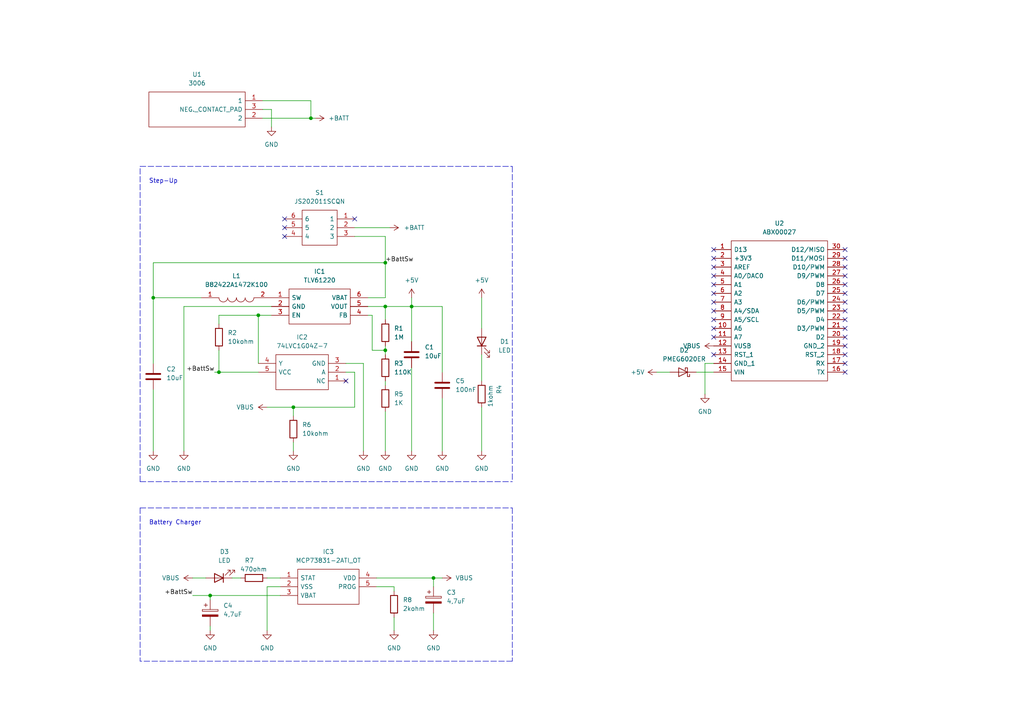
<source format=kicad_sch>
(kicad_sch (version 20211123) (generator eeschema)
  (paper "A4")
  (lib_symbols
    (symbol "3006:3006" (pin_names (offset 0.762))
      (property "Reference" "U" (at 34.29 7.62 0))
      (property "Value" "3006" (at 34.29 5.08 0))
      (symbol "3006_0_0"
        (pin passive line (at 0 0 0) (length 5.08) (name "1") (number "1"))
        (pin passive line (at 0 -5.08 0) (length 5.08) (name "2") (number "2"))
        (pin passive line (at 0 -2.54 0) (length 5.08) (name "NEG._CONTACT_PAD") (number "3"))
      )
      (symbol "3006_0_1"
        (polyline (pts (xy 5.08 2.54) (xy 33.02 2.54) (xy 33.02 -7.62) (xy 5.08 -7.62) (xy 5.08 2.54)) (stroke (width 0.1524)))
      )
    )
    (symbol "74LVC1G04Z-7:74LVC1G04Z-7" (pin_names (offset 0.762))
      (property "Reference" "IC" (at 21.59 7.62 0))
      (property "Value" "74LVC1G04Z-7" (at 21.59 5.08 0))
      (symbol "74LVC1G04Z-7_0_0"
        (pin no_connect line (at 25.4 -5.08 180) (length 5.08) (name "NC") (number "1"))
        (pin passive line (at 25.4 -2.54 180) (length 5.08) (name "A") (number "2"))
        (pin passive line (at 25.4 0 180) (length 5.08) (name "GND") (number "3"))
        (pin passive line (at 0 0 0) (length 5.08) (name "Y") (number "4"))
        (pin passive line (at 0 -2.54 0) (length 5.08) (name "VCC") (number "5"))
      )
      (symbol "74LVC1G04Z-7_0_1"
        (polyline (pts (xy 5.08 2.54) (xy 20.32 2.54) (xy 20.32 -7.62) (xy 5.08 -7.62) (xy 5.08 2.54)) (stroke (width 0.1524)))
      )
    )
    (symbol "ABX00027:ABX00027" (pin_names (offset 0.762))
      (property "Reference" "U" (at 34.29 7.62 0))
      (property "Value" "ABX00027" (at 34.29 5.08 0))
      (symbol "ABX00027_0_0"
        (pin passive line (at 0 0 0) (length 5.08) (name "D13") (number "1"))
        (pin passive line (at 0 -22.86 0) (length 5.08) (name "A6") (number "10"))
        (pin passive line (at 0 -25.4 0) (length 5.08) (name "A7") (number "11"))
        (pin passive line (at 0 -27.94 0) (length 5.08) (name "VUSB") (number "12"))
        (pin passive line (at 0 -30.48 0) (length 5.08) (name "RST_1") (number "13"))
        (pin passive line (at 0 -33.02 0) (length 5.08) (name "GND_1") (number "14"))
        (pin passive line (at 0 -35.56 0) (length 5.08) (name "VIN") (number "15"))
        (pin passive line (at 38.1 -35.56 180) (length 5.08) (name "TX") (number "16"))
        (pin passive line (at 38.1 -33.02 180) (length 5.08) (name "RX") (number "17"))
        (pin passive line (at 38.1 -30.48 180) (length 5.08) (name "RST_2") (number "18"))
        (pin passive line (at 38.1 -27.94 180) (length 5.08) (name "GND_2") (number "19"))
        (pin passive line (at 0 -2.54 0) (length 5.08) (name "+3V3") (number "2"))
        (pin passive line (at 38.1 -25.4 180) (length 5.08) (name "D2") (number "20"))
        (pin passive line (at 38.1 -22.86 180) (length 5.08) (name "D3/PWM") (number "21"))
        (pin passive line (at 38.1 -20.32 180) (length 5.08) (name "D4") (number "22"))
        (pin passive line (at 38.1 -17.78 180) (length 5.08) (name "D5/PWM") (number "23"))
        (pin passive line (at 38.1 -15.24 180) (length 5.08) (name "D6/PWM") (number "24"))
        (pin passive line (at 38.1 -12.7 180) (length 5.08) (name "D7") (number "25"))
        (pin passive line (at 38.1 -10.16 180) (length 5.08) (name "D8") (number "26"))
        (pin passive line (at 38.1 -7.62 180) (length 5.08) (name "D9/PWM") (number "27"))
        (pin passive line (at 38.1 -5.08 180) (length 5.08) (name "D10/PWM") (number "28"))
        (pin passive line (at 38.1 -2.54 180) (length 5.08) (name "D11/MOSI") (number "29"))
        (pin passive line (at 0 -5.08 0) (length 5.08) (name "AREF") (number "3"))
        (pin passive line (at 38.1 0 180) (length 5.08) (name "D12/MISO") (number "30"))
        (pin passive line (at 0 -7.62 0) (length 5.08) (name "A0/DAC0") (number "4"))
        (pin passive line (at 0 -10.16 0) (length 5.08) (name "A1") (number "5"))
        (pin passive line (at 0 -12.7 0) (length 5.08) (name "A2") (number "6"))
        (pin passive line (at 0 -15.24 0) (length 5.08) (name "A3") (number "7"))
        (pin passive line (at 0 -17.78 0) (length 5.08) (name "A4/SDA") (number "8"))
        (pin passive line (at 0 -20.32 0) (length 5.08) (name "A5/SCL") (number "9"))
      )
      (symbol "ABX00027_0_1"
        (polyline (pts (xy 5.08 2.54) (xy 33.02 2.54) (xy 33.02 -38.1) (xy 5.08 -38.1) (xy 5.08 2.54)) (stroke (width 0.1524)))
      )
    )
    (symbol "B82422A1472K100:B82422A1472K100" (pin_names (offset 0.762))
      (property "Reference" "L" (at 16.51 6.35 0))
      (property "Value" "B82422A1472K100" (at 16.51 3.81 0))
      (symbol "B82422A1472K100_0_0"
        (pin passive line (at 0 0 0) (length 5.08) (name "~") (number "1"))
        (pin passive line (at 20.32 0 180) (length 5.08) (name "~") (number "2"))
      )
      (symbol "B82422A1472K100_0_1"
        (arc (start 5.08 0) (mid 6.35 -1.3218) (end 7.62 0) (stroke (width 0.1524)))
        (arc (start 7.62 0) (mid 8.89 -1.3218) (end 10.16 0) (stroke (width 0.1524)))
        (arc (start 10.16 0) (mid 11.43 -1.3218) (end 12.7 0) (stroke (width 0.1524)))
        (arc (start 12.7 0) (mid 13.97 -1.3218) (end 15.24 0) (stroke (width 0.1524)))
      )
    )
    (symbol "Device:C" (pin_numbers hide) (pin_names (offset 0.254))
      (property "Reference" "C" (at 0.635 2.54 0))
      (property "Value" "C" (at 0.635 -2.54 0))
      (symbol "C_0_1"
        (polyline (pts (xy -2.032 -0.762) (xy 2.032 -0.762)) (stroke (width 0.508)))
        (polyline (pts (xy -2.032 0.762) (xy 2.032 0.762)) (stroke (width 0.508)))
      )
      (symbol "C_1_1"
        (pin passive line (at 0 3.81 270) (length 2.794) (name "~") (number "1"))
        (pin passive line (at 0 -3.81 90) (length 2.794) (name "~") (number "2"))
      )
    )
    (symbol "Device:C_Polarized" (pin_numbers hide) (pin_names (offset 0.254))
      (property "Reference" "C" (at 0.635 2.54 0))
      (property "Value" "C_Polarized" (at 0.635 -2.54 0))
      (symbol "C_Polarized_0_1"
        (rectangle (start -2.286 0.508) (end 2.286 1.016))
        (polyline (pts (xy -1.778 2.286) (xy -0.762 2.286)))
        (polyline (pts (xy -1.27 2.794) (xy -1.27 1.778)))
        (rectangle (start 2.286 -0.508) (end -2.286 -1.016) (fill (type outline)))
      )
      (symbol "C_Polarized_1_1"
        (pin passive line (at 0 3.81 270) (length 2.794) (name "~") (number "1"))
        (pin passive line (at 0 -3.81 90) (length 2.794) (name "~") (number "2"))
      )
    )
    (symbol "Device:LED" (pin_numbers hide) (pin_names (offset 1.016) hide)
      (property "Reference" "D" (at 0 2.54 0))
      (property "Value" "LED" (at 0 -2.54 0))
      (symbol "LED_0_1"
        (polyline (pts (xy -1.27 -1.27) (xy -1.27 1.27)) (stroke (width 0.254)))
        (polyline (pts (xy -1.27 0) (xy 1.27 0)))
        (polyline (pts (xy 1.27 -1.27) (xy 1.27 1.27) (xy -1.27 0) (xy 1.27 -1.27)) (stroke (width 0.254)))
        (polyline (pts (xy -3.048 -0.762) (xy -4.572 -2.286) (xy -3.81 -2.286) (xy -4.572 -2.286) (xy -4.572 -1.524)))
        (polyline (pts (xy -1.778 -0.762) (xy -3.302 -2.286) (xy -2.54 -2.286) (xy -3.302 -2.286) (xy -3.302 -1.524)))
      )
      (symbol "LED_1_1"
        (pin passive line (at -3.81 0 0) (length 2.54) (name "K") (number "1"))
        (pin passive line (at 3.81 0 180) (length 2.54) (name "A") (number "2"))
      )
    )
    (symbol "Device:R" (pin_numbers hide) (pin_names (offset 0))
      (property "Reference" "R" (at 2.032 0 90))
      (property "Value" "R" (at 0 0 90))
      (symbol "R_0_1"
        (rectangle (start -1.016 -2.54) (end 1.016 2.54) (stroke (width 0.254)))
      )
      (symbol "R_1_1"
        (pin passive line (at 0 3.81 270) (length 1.27) (name "~") (number "1"))
        (pin passive line (at 0 -3.81 90) (length 1.27) (name "~") (number "2"))
      )
    )
    (symbol "Diode:PMEG6020ER" (pin_numbers hide) (pin_names hide)
      (property "Reference" "D" (at 0 2.54 0))
      (property "Value" "PMEG6020ER" (at 0 -2.54 0))
      (symbol "PMEG6020ER_0_1"
        (polyline (pts (xy 1.27 0) (xy -1.27 0)))
        (polyline (pts (xy 1.27 1.27) (xy 1.27 -1.27) (xy -1.27 0) (xy 1.27 1.27)) (stroke (width 0.2032)))
        (polyline (pts (xy -1.905 0.635) (xy -1.905 1.27) (xy -1.27 1.27) (xy -1.27 -1.27) (xy -0.635 -1.27) (xy -0.635 -0.635)) (stroke (width 0.2032)))
      )
      (symbol "PMEG6020ER_1_1"
        (pin passive line (at -3.81 0 0) (length 2.54) (name "K") (number "1"))
        (pin passive line (at 3.81 0 180) (length 2.54) (name "A") (number "2"))
      )
    )
    (symbol "JS202011SCQN:JS202011SCQN" (pin_names (offset 0.762))
      (property "Reference" "S" (at 16.51 7.62 0))
      (property "Value" "JS202011SCQN" (at 16.51 5.08 0))
      (symbol "JS202011SCQN_0_0"
        (pin passive line (at 0 0 0) (length 5.08) (name "1") (number "1"))
        (pin passive line (at 0 -2.54 0) (length 5.08) (name "2") (number "2"))
        (pin passive line (at 0 -5.08 0) (length 5.08) (name "3") (number "3"))
        (pin passive line (at 20.32 -5.08 180) (length 5.08) (name "4") (number "4"))
        (pin passive line (at 20.32 -2.54 180) (length 5.08) (name "5") (number "5"))
        (pin passive line (at 20.32 0 180) (length 5.08) (name "6") (number "6"))
      )
      (symbol "JS202011SCQN_0_1"
        (polyline (pts (xy 5.08 2.54) (xy 15.24 2.54) (xy 15.24 -7.62) (xy 5.08 -7.62) (xy 5.08 2.54)) (stroke (width 0.1524)))
      )
    )
    (symbol "MCP73831-2ATI_OT:MCP73831-2ATI_OT" (pin_names (offset 0.762))
      (property "Reference" "IC" (at 24.13 7.62 0))
      (property "Value" "MCP73831-2ATI_OT" (at 24.13 5.08 0))
      (symbol "MCP73831-2ATI_OT_0_0"
        (pin passive line (at 0 0 0) (length 5.08) (name "STAT") (number "1"))
        (pin passive line (at 0 -2.54 0) (length 5.08) (name "VSS") (number "2"))
        (pin passive line (at 0 -5.08 0) (length 5.08) (name "VBAT") (number "3"))
        (pin passive line (at 27.94 0 180) (length 5.08) (name "VDD") (number "4"))
        (pin passive line (at 27.94 -2.54 180) (length 5.08) (name "PROG") (number "5"))
      )
      (symbol "MCP73831-2ATI_OT_0_1"
        (polyline (pts (xy 5.08 2.54) (xy 22.86 2.54) (xy 22.86 -7.62) (xy 5.08 -7.62) (xy 5.08 2.54)) (stroke (width 0.1524)))
      )
    )
    (symbol "TLV61220:TLV61220" (pin_names (offset 0.762))
      (property "Reference" "IC" (at 24.13 7.62 0))
      (property "Value" "TLV61220" (at 24.13 5.08 0))
      (symbol "TLV61220_0_0"
        (pin passive line (at 0 0 0) (length 5.08) (name "SW") (number "1"))
        (pin power_in line (at 0 -2.54 0) (length 5.08) (name "GND") (number "2"))
        (pin passive line (at 0 -5.08 0) (length 5.08) (name "EN") (number "3"))
        (pin passive line (at 27.94 -5.08 180) (length 5.08) (name "FB") (number "4"))
        (pin output line (at 27.94 -2.54 180) (length 5.08) (name "VOUT") (number "5"))
        (pin passive line (at 27.94 0 180) (length 5.08) (name "VBAT") (number "6"))
      )
      (symbol "TLV61220_0_1"
        (polyline (pts (xy 5.08 2.54) (xy 22.86 2.54) (xy 22.86 -7.62) (xy 5.08 -7.62) (xy 5.08 2.54)) (stroke (width 0.1524)))
      )
    )
    (symbol "power:+5V" (power) (pin_names (offset 0))
      (property "Value" "+5V" (at 0 3.556 0))
      (symbol "+5V_0_1"
        (polyline (pts (xy -0.762 1.27) (xy 0 2.54)))
        (polyline (pts (xy 0 0) (xy 0 2.54)))
        (polyline (pts (xy 0 2.54) (xy 0.762 1.27)))
      )
      (symbol "+5V_1_1"
        (pin power_in line (at 0 0 90) (length 0) hide (name "+5V") (number "1"))
      )
    )
    (symbol "power:+BATT" (power) (pin_names (offset 0))
      (property "Value" "+BATT" (at 0 3.556 0))
      (symbol "+BATT_0_1"
        (polyline (pts (xy -0.762 1.27) (xy 0 2.54)))
        (polyline (pts (xy 0 0) (xy 0 2.54)))
        (polyline (pts (xy 0 2.54) (xy 0.762 1.27)))
      )
      (symbol "+BATT_1_1"
        (pin power_in line (at 0 0 90) (length 0) hide (name "+BATT") (number "1"))
      )
    )
    (symbol "power:GND" (power) (pin_names (offset 0))
      (property "Value" "GND" (at 0 -3.81 0))
      (symbol "GND_0_1"
        (polyline (pts (xy 0 0) (xy 0 -1.27) (xy 1.27 -1.27) (xy 0 -2.54) (xy -1.27 -1.27) (xy 0 -1.27)))
      )
      (symbol "GND_1_1"
        (pin power_in line (at 0 0 270) (length 0) hide (name "GND") (number "1"))
      )
    )
    (symbol "power:VBUS" (power) (pin_names (offset 0))
      (property "Value" "VBUS" (at 0 3.81 0))
      (symbol "VBUS_0_1"
        (polyline (pts (xy -0.762 1.27) (xy 0 2.54)))
        (polyline (pts (xy 0 0) (xy 0 2.54)))
        (polyline (pts (xy 0 2.54) (xy 0.762 1.27)))
      )
      (symbol "VBUS_1_1"
        (pin power_in line (at 0 0 90) (length 0) hide (name "VBUS") (number "1"))
      )
    )
  )
  (junction (at 111.76 101.6))
  (junction (at 44.45 86.36))
  (junction (at 90.17 34.29))
  (junction (at 111.76 88.9))
  (junction (at 111.76 76.2))
  (junction (at 74.93 91.44))
  (junction (at 125.73 167.64))
  (junction (at 63.5 107.95))
  (junction (at 60.96 172.72))
  (junction (at 119.38 88.9))
  (junction (at 85.09 118.11))
  (no_connect (at 102.87 63.5))
  (no_connect (at 207.01 72.39))
  (no_connect (at 207.01 74.93))
  (no_connect (at 245.11 72.39))
  (no_connect (at 245.11 74.93))
  (no_connect (at 245.11 95.25))
  (no_connect (at 245.11 90.17))
  (no_connect (at 245.11 102.87))
  (no_connect (at 245.11 92.71))
  (no_connect (at 245.11 107.95))
  (no_connect (at 245.11 97.79))
  (no_connect (at 245.11 105.41))
  (no_connect (at 245.11 100.33))
  (no_connect (at 207.01 102.87))
  (no_connect (at 207.01 90.17))
  (no_connect (at 207.01 97.79))
  (no_connect (at 207.01 95.25))
  (no_connect (at 207.01 92.71))
  (no_connect (at 207.01 77.47))
  (no_connect (at 207.01 87.63))
  (no_connect (at 207.01 82.55))
  (no_connect (at 207.01 80.01))
  (no_connect (at 207.01 85.09))
  (no_connect (at 245.11 77.47))
  (no_connect (at 245.11 82.55))
  (no_connect (at 245.11 87.63))
  (no_connect (at 245.11 85.09))
  (no_connect (at 245.11 80.01))
  (no_connect (at 82.55 68.58))
  (no_connect (at 100.33 110.49))
  (no_connect (at 82.55 66.04))
  (no_connect (at 82.55 63.5))
  (wire (pts (xy 111.76 119.38) (xy 111.76 130.81)))
  (wire (pts (xy 44.45 130.81) (xy 44.45 113.03)))
  (wire (pts (xy 111.76 101.6) (xy 111.76 102.87)))
  (wire (pts (xy 113.03 66.04) (xy 102.87 66.04)))
  (wire (pts (xy 114.3 179.07) (xy 114.3 182.88)))
  (wire (pts (xy 111.76 101.6) (xy 111.76 100.33)))
  (wire (pts (xy 128.27 115.57) (xy 128.27 130.81)))
  (wire (pts (xy 106.68 88.9) (xy 111.76 88.9)))
  (wire (pts (xy 55.88 167.64) (xy 59.69 167.64)))
  (wire (pts (xy 139.7 86.36) (xy 139.7 95.25)))
  (wire (pts (xy 204.47 105.41) (xy 204.47 114.3)))
  (wire (pts (xy 60.96 173.99) (xy 60.96 172.72)))
  (wire (pts (xy 125.73 167.64) (xy 125.73 170.18)))
  (wire (pts (xy 63.5 101.6) (xy 63.5 107.95)))
  (wire (pts (xy 119.38 106.68) (xy 119.38 130.81)))
  (wire (pts (xy 63.5 107.95) (xy 74.93 107.95)))
  (wire (pts (xy 100.33 107.95) (xy 102.87 107.95)))
  (wire (pts (xy 107.95 91.44) (xy 107.95 101.6)))
  (wire (pts (xy 111.76 76.2) (xy 111.76 86.36)))
  (wire (pts (xy 106.68 91.44) (xy 107.95 91.44)))
  (wire (pts (xy 77.47 170.18) (xy 77.47 182.88)))
  (wire (pts (xy 107.95 101.6) (xy 111.76 101.6)))
  (wire (pts (xy 60.96 172.72) (xy 81.28 172.72)))
  (wire (pts (xy 125.73 167.64) (xy 128.27 167.64)))
  (wire (pts (xy 44.45 76.2) (xy 111.76 76.2)))
  (wire (pts (xy 119.38 86.36) (xy 119.38 88.9)))
  (polyline (pts (xy 40.64 147.32) (xy 40.64 191.77)))
  (polyline (pts (xy 40.64 139.7) (xy 148.59 139.7)))
  (wire (pts (xy 78.74 31.75) (xy 78.74 36.83)))
  (wire (pts (xy 55.88 172.72) (xy 60.96 172.72)))
  (wire (pts (xy 53.34 130.81) (xy 53.34 88.9)))
  (wire (pts (xy 102.87 107.95) (xy 102.87 118.11)))
  (wire (pts (xy 67.31 167.64) (xy 69.85 167.64)))
  (wire (pts (xy 77.47 167.64) (xy 81.28 167.64)))
  (wire (pts (xy 90.17 34.29) (xy 91.44 34.29)))
  (wire (pts (xy 139.7 102.87) (xy 139.7 110.49)))
  (polyline (pts (xy 148.59 191.77) (xy 40.64 191.77)))
  (polyline (pts (xy 40.64 147.32) (xy 148.59 147.32)))
  (wire (pts (xy 207.01 105.41) (xy 204.47 105.41)))
  (wire (pts (xy 62.23 107.95) (xy 63.5 107.95)))
  (polyline (pts (xy 40.64 48.26) (xy 148.59 48.26)))
  (wire (pts (xy 125.73 177.8) (xy 125.73 182.88)))
  (wire (pts (xy 44.45 86.36) (xy 44.45 76.2)))
  (wire (pts (xy 111.76 88.9) (xy 119.38 88.9)))
  (polyline (pts (xy 148.59 48.26) (xy 148.59 139.7)))
  (wire (pts (xy 111.76 86.36) (xy 106.68 86.36)))
  (wire (pts (xy 77.47 118.11) (xy 85.09 118.11)))
  (wire (pts (xy 85.09 118.11) (xy 85.09 120.65)))
  (wire (pts (xy 109.22 170.18) (xy 114.3 170.18)))
  (wire (pts (xy 76.2 31.75) (xy 78.74 31.75)))
  (wire (pts (xy 105.41 130.81) (xy 105.41 105.41)))
  (wire (pts (xy 63.5 91.44) (xy 74.93 91.44)))
  (wire (pts (xy 128.27 107.95) (xy 128.27 88.9)))
  (wire (pts (xy 63.5 93.98) (xy 63.5 91.44)))
  (polyline (pts (xy 148.59 147.32) (xy 148.59 191.77)))
  (wire (pts (xy 85.09 118.11) (xy 102.87 118.11)))
  (wire (pts (xy 90.17 29.21) (xy 90.17 34.29)))
  (wire (pts (xy 85.09 130.81) (xy 85.09 128.27)))
  (polyline (pts (xy 40.64 139.7) (xy 40.64 48.26)))
  (wire (pts (xy 81.28 170.18) (xy 77.47 170.18)))
  (wire (pts (xy 74.93 105.41) (xy 74.93 91.44)))
  (wire (pts (xy 76.2 29.21) (xy 90.17 29.21)))
  (wire (pts (xy 90.17 34.29) (xy 76.2 34.29)))
  (wire (pts (xy 139.7 118.11) (xy 139.7 130.81)))
  (wire (pts (xy 44.45 86.36) (xy 58.42 86.36)))
  (wire (pts (xy 201.93 107.95) (xy 207.01 107.95)))
  (wire (pts (xy 128.27 88.9) (xy 119.38 88.9)))
  (wire (pts (xy 119.38 88.9) (xy 119.38 99.06)))
  (wire (pts (xy 105.41 105.41) (xy 100.33 105.41)))
  (wire (pts (xy 111.76 110.49) (xy 111.76 111.76)))
  (wire (pts (xy 111.76 88.9) (xy 111.76 92.71)))
  (wire (pts (xy 190.5 107.95) (xy 194.31 107.95)))
  (wire (pts (xy 60.96 181.61) (xy 60.96 182.88)))
  (wire (pts (xy 53.34 88.9) (xy 78.74 88.9)))
  (wire (pts (xy 111.76 68.58) (xy 111.76 76.2)))
  (wire (pts (xy 109.22 167.64) (xy 125.73 167.64)))
  (wire (pts (xy 114.3 170.18) (xy 114.3 171.45)))
  (wire (pts (xy 102.87 68.58) (xy 111.76 68.58)))
  (wire (pts (xy 74.93 91.44) (xy 78.74 91.44)))
  (wire (pts (xy 44.45 86.36) (xy 44.45 105.41)))
  (text "Battery Charger" (at 43.18 152.4 0) (effects (font (size 1.27 1.27)) (justify left bottom)))
  (text "Step-Up" (at 43.18 53.34 0) (effects (font (size 1.27 1.27)) (justify left bottom)))
  (label "+BattSw" (at 62.23 107.95 180))
  (label "+BattSw" (at 55.88 172.72 180))
  (label "+BattSw" (at 111.76 76.2 0))
  (symbol (lib_id "power:GND") (at 139.7 130.81 0) (unit 1)
    (property "Reference" "#PWR017" (effects hide))
    (property "Value" "GND" (at 139.7 135.89 0))
  )
  (symbol (lib_id "Device:C") (at 128.27 111.76 0) (unit 1)
    (property "Reference" "C5" (at 132.08 110.4899 0) (effects (justify left)))
    (property "Value" "100nF" (at 132.08 113.0299 0) (effects (justify left)))
    (property "Footprint" "Capacitor_SMD:C_0805_2012Metric_Pad1.18x1.45mm_HandSolder" (effects hide))
  )
  (symbol (lib_id "3006:3006") (at 76.2 29.21 0) (mirror y) (unit 1)
    (property "Reference" "U1" (at 57.15 21.59 0))
    (property "Value" "3006" (at 57.15 24.13 0))
    (property "Footprint" "lib:3006" (effects hide))
    (property "Datasheet" "https://www.keyelco.com/product-pdf.cfm?p=783" (effects hide))
    (property "Description" "Keystone CR2430 Battery Contact, Top Spring Arm Contact" (effects hide))
    (property "Height" "3.96" (effects hide))
    (property "Manufacturer_Name" "Keystone Electronics" (effects hide))
    (property "Manufacturer_Part_Number" "3006" (effects hide))
    (property "Mouser Part Number" "534-3006" (effects hide))
    (property "Mouser Price/Stock" "https://www.mouser.co.uk/ProductDetail/Keystone-Electronics/3006?qs=Mn60vILZNNYCLU4vsSbc9w%3D%3D" (effects hide))
  )
  (symbol (lib_id "power:+5V") (at 190.5 107.95 90) (unit 1)
    (property "Reference" "#PWR08" (effects hide))
    (property "Value" "+5V" (at 182.88 107.95 90) (effects (justify right)))
  )
  (symbol (lib_id "Device:R") (at 111.76 115.57 0) (unit 1)
    (property "Reference" "R5" (at 114.3 114.2999 0) (effects (justify left)))
    (property "Value" "1K" (at 114.3 116.8399 0) (effects (justify left)))
    (property "Footprint" "Resistor_SMD:R_0805_2012Metric_Pad1.20x1.40mm_HandSolder" (effects hide))
  )
  (symbol (lib_id "power:GND") (at 60.96 182.88 0) (unit 1)
    (property "Reference" "#PWR021" (effects hide))
    (property "Value" "GND" (at 60.96 187.96 0))
  )
  (symbol (lib_id "Device:C_Polarized") (at 60.96 177.8 0) (unit 1)
    (property "Reference" "C4" (at 64.77 175.6409 0) (effects (justify left)))
    (property "Value" "4,7uF" (at 64.77 178.1809 0) (effects (justify left)))
    (property "Footprint" "Capacitor_Tantalum_SMD:CP_EIA-3216-18_Kemet-A_Pad1.58x1.35mm_HandSolder" (effects hide))
  )
  (symbol (lib_id "power:GND") (at 114.3 182.88 0) (unit 1)
    (property "Reference" "#PWR023" (effects hide))
    (property "Value" "GND" (at 114.3 187.96 0))
  )
  (symbol (lib_id "Device:R") (at 111.76 96.52 0) (unit 1)
    (property "Reference" "R1" (at 114.3 95.2499 0) (effects (justify left)))
    (property "Value" "1M" (at 114.3 97.7899 0) (effects (justify left)))
    (property "Footprint" "Resistor_SMD:R_0805_2012Metric_Pad1.20x1.40mm_HandSolder" (effects hide))
  )
  (symbol (lib_id "power:VBUS") (at 55.88 167.64 90) (mirror x) (unit 1)
    (property "Reference" "#PWR018" (effects hide))
    (property "Value" "VBUS" (at 52.07 167.6401 90) (effects (justify left)))
  )
  (symbol (lib_id "Device:C") (at 119.38 102.87 0) (unit 1)
    (property "Reference" "C1" (at 123.19 100.7109 0) (effects (justify left)))
    (property "Value" "10uF" (at 123.19 103.2509 0) (effects (justify left)))
    (property "Footprint" "Capacitor_Tantalum_SMD:CP_EIA-3216-18_Kemet-A_Pad1.58x1.35mm_HandSolder" (effects hide))
  )
  (symbol (lib_id "Device:R") (at 111.76 106.68 0) (unit 1)
    (property "Reference" "R3" (at 114.3 105.4099 0) (effects (justify left)))
    (property "Value" "110K" (at 114.3 107.9499 0) (effects (justify left)))
    (property "Footprint" "Resistor_SMD:R_0805_2012Metric_Pad1.20x1.40mm_HandSolder" (effects hide))
  )
  (symbol (lib_id "Device:R") (at 85.09 124.46 0) (unit 1)
    (property "Reference" "R6" (at 87.63 123.1899 0) (effects (justify left)))
    (property "Value" "10kohm" (at 87.63 125.7299 0) (effects (justify left)))
    (property "Footprint" "Resistor_SMD:R_0805_2012Metric_Pad1.20x1.40mm_HandSolder" (effects hide))
  )
  (symbol (lib_id "power:+BATT") (at 113.03 66.04 270) (mirror x) (unit 1)
    (property "Reference" "#PWR03" (effects hide))
    (property "Value" "+BATT" (at 123.19 66.04 90) (effects (justify right)))
  )
  (symbol (lib_id "Device:R") (at 63.5 97.79 0) (unit 1)
    (property "Reference" "R2" (at 66.04 96.5199 0) (effects (justify left)))
    (property "Value" "10kohm" (at 66.04 99.0599 0) (effects (justify left)))
    (property "Footprint" "Resistor_SMD:R_0805_2012Metric_Pad1.20x1.40mm_HandSolder" (effects hide))
  )
  (symbol (lib_id "power:GND") (at 77.47 182.88 0) (unit 1)
    (property "Reference" "#PWR022" (effects hide))
    (property "Value" "GND" (at 77.47 187.96 0))
  )
  (symbol (lib_id "power:GND") (at 85.09 130.81 0) (unit 1)
    (property "Reference" "#PWR013" (effects hide))
    (property "Value" "GND" (at 85.09 135.89 0))
  )
  (symbol (lib_id "JS202011SCQN:JS202011SCQN") (at 102.87 63.5 0) (mirror y) (unit 1)
    (property "Reference" "S1" (at 92.71 55.88 0))
    (property "Value" "JS202011SCQN" (at 92.71 58.42 0))
    (property "Footprint" "lib:JS202011SCQN" (effects hide))
    (property "Datasheet" "https://www.ckswitches.com/media/1422/js.pdf" (effects hide))
    (property "Description" "Sub miniature slide switches" (effects hide))
    (property "Height" "5.5" (effects hide))
    (property "Manufacturer_Name" "C & K COMPONENTS" (effects hide))
    (property "Manufacturer_Part_Number" "JS202011SCQN" (effects hide))
    (property "Mouser Part Number" "611-JS202011SCQN" (effects hide))
    (property "Mouser Price/Stock" "https://www.mouser.co.uk/ProductDetail/CK/JS202011SCQN?qs=LgMIjt8LuD95JYWxZ7NvZA%3D%3D" (effects hide))
    (property "Arrow Part Number" "JS202011SCQN" (effects hide))
    (property "Arrow Price/Stock" "https://www.arrow.com/en/products/js202011scqn/ck?region=nac" (effects hide))
  )
  (symbol (lib_id "power:GND") (at 105.41 130.81 0) (unit 1)
    (property "Reference" "#PWR014" (effects hide))
    (property "Value" "GND" (at 105.41 135.89 0))
  )
  (symbol (lib_id "power:GND") (at 119.38 130.81 0) (unit 1)
    (property "Reference" "#PWR016" (effects hide))
    (property "Value" "GND" (at 119.38 135.89 0))
  )
  (symbol (lib_id "power:GND") (at 125.73 182.88 0) (unit 1)
    (property "Reference" "#PWR024" (effects hide))
    (property "Value" "GND" (at 125.73 187.96 0))
  )
  (symbol (lib_id "Device:C_Polarized") (at 125.73 173.99 0) (unit 1)
    (property "Reference" "C3" (at 129.54 171.8309 0) (effects (justify left)))
    (property "Value" "4,7uF" (at 129.54 174.3709 0) (effects (justify left)))
    (property "Footprint" "Capacitor_Tantalum_SMD:CP_EIA-3216-18_Kemet-A_Pad1.58x1.35mm_HandSolder" (effects hide))
  )
  (symbol (lib_id "power:GND") (at 53.34 130.81 0) (unit 1)
    (property "Reference" "#PWR012" (effects hide))
    (property "Value" "GND" (at 53.34 135.89 0))
  )
  (symbol (lib_id "TLV61220:TLV61220") (at 78.74 86.36 0) (unit 1)
    (property "Reference" "IC1" (at 92.71 78.74 0))
    (property "Value" "TLV61220" (at 92.71 81.28 0))
    (property "Footprint" "lib:SOT95P280X145-6N" (effects hide))
    (property "Datasheet" "http://www.ti.com/lit/ds/symlink/tlv61220.pdf" (effects hide))
    (property "Description" "Low-Input Voltage Step-Up Converter in Thin SOT-23 Package" (effects hide))
    (property "Height" "1.45" (effects hide))
    (property "Manufacturer_Name" "Texas Instruments" (effects hide))
    (property "Manufacturer_Part_Number" "TLV61220" (effects hide))
  )
  (symbol (lib_id "power:GND") (at 111.76 130.81 0) (unit 1)
    (property "Reference" "#PWR015" (effects hide))
    (property "Value" "GND" (at 111.76 135.89 0))
  )
  (symbol (lib_id "ABX00027:ABX00027") (at 207.01 72.39 0) (unit 1)
    (property "Reference" "U2" (at 226.06 64.77 0))
    (property "Value" "ABX00027" (at 226.06 67.31 0))
    (property "Footprint" "lib:ABX00027" (effects hide))
    (property "Datasheet" "https://docs.arduino.cc/static/41e9116cd2cb96a5d1375d64250b334c/ABX00027-datasheet.pdf" (effects hide))
    (property "Description" "Development Boards & Kits - ARM Arduino Nano 33 IoT" (effects hide))
    (property "Height" "4.5" (effects hide))
    (property "Manufacturer_Name" "Arduino" (effects hide))
    (property "Manufacturer_Part_Number" "ABX00027" (effects hide))
    (property "Mouser Part Number" "782-ABX00027" (effects hide))
    (property "Mouser Price/Stock" "https://www.mouser.co.uk/ProductDetail/Arduino/ABX00027?qs=PzGy0jfpSMvleC8D9q4oLA%3D%3D" (effects hide))
    (property "Arrow Part Number" "ABX00027" (effects hide))
    (property "Arrow Price/Stock" "https://www.arrow.com/en/products/abx00027/arduino-corporation?region=nac" (effects hide))
  )
  (symbol (lib_id "power:+5V") (at 119.38 86.36 0) (unit 1)
    (property "Reference" "#PWR04" (effects hide))
    (property "Value" "+5V" (at 119.38 81.28 0))
  )
  (symbol (lib_id "Device:C") (at 44.45 109.22 0) (unit 1)
    (property "Reference" "C2" (at 48.26 107.0609 0) (effects (justify left)))
    (property "Value" "10uF" (at 48.26 109.6009 0) (effects (justify left)))
    (property "Footprint" "Capacitor_Tantalum_SMD:CP_EIA-3216-18_Kemet-A_Pad1.58x1.35mm_HandSolder" (effects hide))
  )
  (symbol (lib_id "power:GND") (at 128.27 130.81 0) (unit 1)
    (property "Reference" "#PWR07" (effects hide))
    (property "Value" "GND" (at 128.27 135.89 0))
  )
  (symbol (lib_id "B82422A1472K100:B82422A1472K100") (at 58.42 86.36 0) (unit 1)
    (property "Reference" "L1" (at 68.58 80.01 0))
    (property "Value" "B82422A1472K100" (at 68.58 82.55 0))
    (property "Footprint" "lib:INDC3225X210N" (effects hide))
    (property "Datasheet" "https://product.tdk.com/system/files/dam/doc/product/inductor/inductor/smd/data_sheet/30/db/ind_2008/b82422a_100.pdf" (effects hide))
    (property "Description" "Epcos B82422A Series Wire-wound SMD Inductor with a Ferrite Core, 4.7 uH +/-10% 150mA Idc Q:27" (effects hide))
    (property "Manufacturer_Name" "TDK" (effects hide))
    (property "Manufacturer_Part_Number" "B82422A1472K100" (effects hide))
    (property "Mouser Part Number" "871-B82422A1472K100" (effects hide))
    (property "Mouser Price/Stock" "https://www.mouser.co.uk/ProductDetail/EPCOS-TDK/B82422A1472K100?qs=%2FkiEPUfD%2Fqn2IVYT%2F%252B7CVQ%3D%3D" (effects hide))
  )
  (symbol (lib_id "74LVC1G04Z-7:74LVC1G04Z-7") (at 74.93 105.41 0) (unit 1)
    (property "Reference" "IC2" (at 87.63 97.79 0))
    (property "Value" "74LVC1G04Z-7" (at 87.63 100.33 0))
    (property "Footprint" "Package_TO_SOT_SMD:SOT-353_SC-70-5_Handsoldering" (effects hide))
    (property "Datasheet" "https://www.diodes.com/assets/Datasheets/74LVC1G04.pdf" (effects hide))
    (property "Description" "DiodesZetex 74LVC1G04Z-7, NOT Inverter, 1.65  5.5 V, 5-Pin SOT-553" (effects hide))
    (property "Manufacturer_Name" "Diodes Inc." (effects hide))
    (property "Manufacturer_Part_Number" "74LVC1G04Z-7" (effects hide))
    (property "Mouser Part Number" "621-74LVC1G04Z-7" (effects hide))
    (property "Mouser Price/Stock" "https://www.mouser.co.uk/ProductDetail/Diodes-Incorporated/74LVC1G04Z-7?qs=gfe7vQ8txpWsNNxqBKPYJg%3D%3D" (effects hide))
    (property "Arrow Part Number" "74LVC1G04Z-7" (effects hide))
    (property "Arrow Price/Stock" "https://www.arrow.com/en/products/74lvc1g04z-7/diodes-incorporated?region=nac" (effects hide))
  )
  (symbol (lib_id "Device:R") (at 139.7 114.3 180) (unit 1)
    (property "Reference" "R4" (at 144.78 114.3 90) (effects (justify right)))
    (property "Value" "1kohm" (at 142.24 118.11 90) (effects (justify right)))
    (property "Footprint" "Resistor_SMD:R_0805_2012Metric_Pad1.20x1.40mm_HandSolder" (effects hide))
  )
  (symbol (lib_id "Device:R") (at 114.3 175.26 180) (unit 1)
    (property "Reference" "R8" (at 116.84 173.9899 0) (effects (justify right)))
    (property "Value" "2kohm" (at 116.84 176.5299 0) (effects (justify right)))
    (property "Footprint" "Resistor_SMD:R_0805_2012Metric_Pad1.20x1.40mm_HandSolder" (effects hide))
  )
  (symbol (lib_id "power:VBUS") (at 128.27 167.64 270) (unit 1)
    (property "Reference" "#PWR019" (effects hide))
    (property "Value" "VBUS" (at 132.08 167.6401 90) (effects (justify left)))
  )
  (symbol (lib_id "power:+5V") (at 139.7 86.36 0) (unit 1)
    (property "Reference" "#PWR05" (effects hide))
    (property "Value" "+5V" (at 139.7 81.28 0))
  )
  (symbol (lib_id "Device:LED") (at 63.5 167.64 180) (unit 1)
    (property "Reference" "D3" (at 65.0875 160.02 0))
    (property "Value" "LED" (at 65.0875 162.56 0))
    (property "Footprint" "LED_SMD:LED_0805_2012Metric_Pad1.15x1.40mm_HandSolder" (effects hide))
  )
  (symbol (lib_id "power:GND") (at 204.47 114.3 0) (unit 1)
    (property "Reference" "#PWR09" (effects hide))
    (property "Value" "GND" (at 204.47 119.38 0))
  )
  (symbol (lib_id "power:+BATT") (at 91.44 34.29 270) (unit 1)
    (property "Reference" "#PWR01" (effects hide))
    (property "Value" "+BATT" (at 95.25 34.2899 90) (effects (justify left)))
  )
  (symbol (lib_id "power:VBUS") (at 207.01 100.33 90) (unit 1)
    (property "Reference" "#PWR06" (effects hide))
    (property "Value" "VBUS" (at 203.2 100.3299 90) (effects (justify left)))
  )
  (symbol (lib_id "MCP73831-2ATI_OT:MCP73831-2ATI_OT") (at 81.28 167.64 0) (unit 1)
    (property "Reference" "IC3" (at 95.25 160.02 0))
    (property "Value" "MCP73831-2ATI_OT" (at 95.25 162.56 0))
    (property "Footprint" "lib:SOT95P270X145-5N" (effects hide))
    (property "Datasheet" "http://ww1.microchip.com/downloads/en/DeviceDoc/20001984g.pdf" (effects hide))
    (property "Description" "Miniature Single-Cell, Fully Integrated Li-Ion, Li-Polymer Charge Management Controller" (effects hide))
    (property "Height" "1.45" (effects hide))
    (property "Manufacturer_Name" "Microchip" (effects hide))
    (property "Manufacturer_Part_Number" "MCP73831-2ATI/OT" (effects hide))
  )
  (symbol (lib_id "power:VBUS") (at 77.47 118.11 90) (unit 1)
    (property "Reference" "#PWR010" (effects hide))
    (property "Value" "VBUS" (at 73.66 118.1099 90) (effects (justify left)))
  )
  (symbol (lib_id "power:GND") (at 78.74 36.83 0) (unit 1)
    (property "Reference" "#PWR02" (effects hide))
    (property "Value" "GND" (at 78.74 41.91 0))
  )
  (symbol (lib_id "Diode:PMEG6020ER") (at 198.12 107.95 180) (unit 1)
    (property "Reference" "D2" (at 198.4375 101.6 0))
    (property "Value" "PMEG6020ER" (at 198.4375 104.14 0))
    (property "Footprint" "Diode_SMD:D_SOD-128" (effects hide))
    (property "Datasheet" "https://assets.nexperia.com/documents/data-sheet/PMEG6020ER.pdf" (effects hide))
  )
  (symbol (lib_id "Device:R") (at 73.66 167.64 270) (unit 1)
    (property "Reference" "R7" (at 73.66 162.56 90) (effects (justify right)))
    (property "Value" "470ohm" (at 77.47 165.1 90) (effects (justify right)))
    (property "Footprint" "Resistor_SMD:R_0805_2012Metric_Pad1.20x1.40mm_HandSolder" (effects hide))
  )
  (symbol (lib_id "Device:LED") (at 139.7 99.06 90) (unit 1)
    (property "Reference" "D1" (at 146.3675 99.06 90))
    (property "Value" "LED" (at 146.3675 101.6 90))
    (property "Footprint" "LED_SMD:LED_0805_2012Metric_Pad1.15x1.40mm_HandSolder" (effects hide))
  )
  (symbol (lib_id "power:GND") (at 44.45 130.81 0) (unit 1)
    (property "Reference" "#PWR011" (effects hide))
    (property "Value" "GND" (at 44.45 135.89 0))
  )
)
</source>
